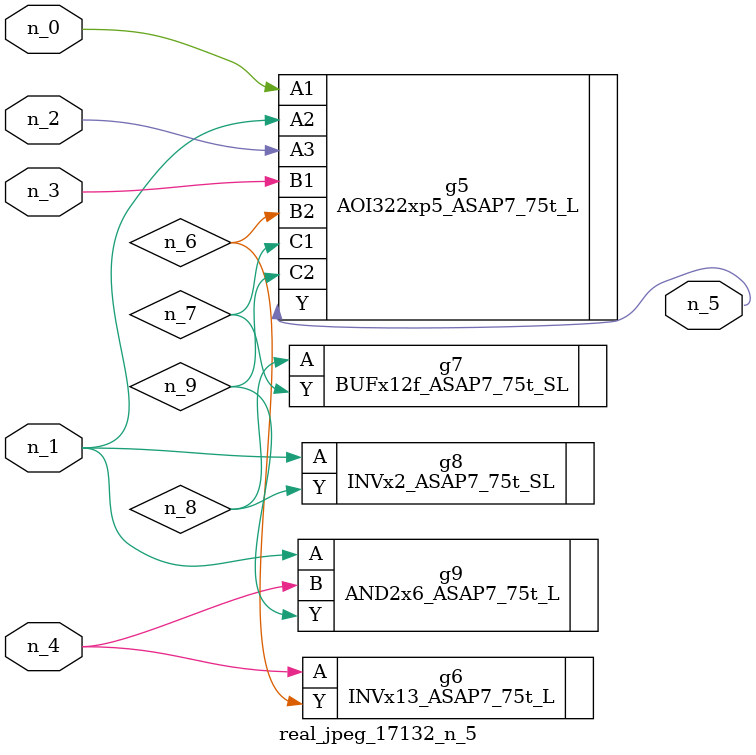
<source format=v>
module real_jpeg_17132_n_5 (n_4, n_0, n_1, n_2, n_3, n_5);

input n_4;
input n_0;
input n_1;
input n_2;
input n_3;

output n_5;

wire n_8;
wire n_6;
wire n_7;
wire n_9;

AOI322xp5_ASAP7_75t_L g5 ( 
.A1(n_0),
.A2(n_1),
.A3(n_2),
.B1(n_3),
.B2(n_6),
.C1(n_7),
.C2(n_9),
.Y(n_5)
);

INVx2_ASAP7_75t_SL g8 ( 
.A(n_1),
.Y(n_8)
);

AND2x6_ASAP7_75t_L g9 ( 
.A(n_1),
.B(n_4),
.Y(n_9)
);

INVx13_ASAP7_75t_L g6 ( 
.A(n_4),
.Y(n_6)
);

BUFx12f_ASAP7_75t_SL g7 ( 
.A(n_8),
.Y(n_7)
);


endmodule
</source>
